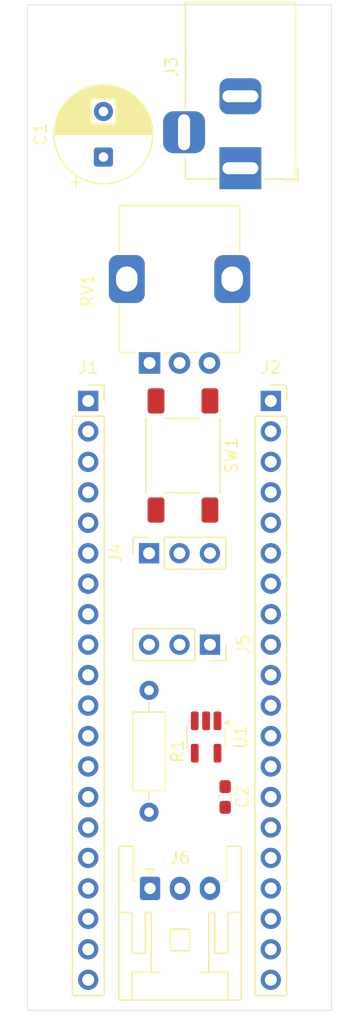
<source format=kicad_pcb>
(kicad_pcb (version 20241229) (generator "pcbnew") (generator_version "9.0")
  (layers (0 "F.Cu" signal) (2 "B.Cu" signal) (13 "F.Paste" user) (15 "B.Paste" user) (5 "F.SilkS" user "F.Silkscreen") (7 "B.SilkS" user "B.Silkscreen") (1 "F.Mask" user) (3 "B.Mask" user) (25 "Edge.Cuts" user))
  (net 0 "")
  (net 1 "GND")
  (net 2 "+5V")
  (net 9 "/B15_I2S2_SD")
  (net 22 "/B12_I2S2_WS")
  (net 23 "/B1_Button")
  (net 27 "/B10_I2S2_CK")
  (net 29 "/A4_Pot")
  (net 30 "/A7_LED")
  (net 32 "+3.3V")
  (net 35 "Net-(J6-Pin_2)")
  (net 36 "Net-(U1-Y)")
  (footprint "Connector_PinSocket_2.54mm:PinSocket_1x03_P2.54mm_Vertical" (layer "F.Cu") (at 81.28 63.5 90)
    (property "Reference" "J4" (at 0 -2.77 90) (layer "F.SilkS"))
    (property "Value" "INMP441_1")
    (fp_line (start 1.33 -1.33) (end 1.33 0) (stroke (width 0.12)) (layer "F.SilkS"))
    (fp_line (start 0 -1.33) (end 1.33 -1.33) (stroke (width 0.12)) (layer "F.SilkS"))
    (fp_line (start 1.33 1.27) (end 1.33 6.41) (stroke (width 0.12)) (layer "F.SilkS"))
    (fp_line (start -1.33 1.27) (end 1.33 1.27) (stroke (width 0.12)) (layer "F.SilkS"))
    (fp_line (start -1.33 1.27) (end -1.33 6.41) (stroke (width 0.12)) (layer "F.SilkS"))
    (fp_line (start -1.33 6.41) (end 1.33 6.41) (stroke (width 0.12)) (layer "F.SilkS"))
    (pad "1" thru_hole rect (at 0 0 90) (size 1.7 1.7) (drill 1) (layers "*.Cu" "*.Mask") (net 1 "GND"))
    (pad "2" thru_hole circle (at 0 2.54 90) (size 1.7 1.7) (drill 1) (layers "*.Cu" "*.Mask") (net 22 "/B12_I2S2_WS"))
    (pad "3" thru_hole circle (at 0 5.08 90) (size 1.7 1.7) (drill 1) (layers "*.Cu" "*.Mask") (net 27 "/B10_I2S2_CK"))
  )
  (footprint "Connector_BarrelJack:BarrelJack_Horizontal" (layer "F.Cu") (at 88.9 31.4 -90)
    (property "Reference" "J3" (at -8.45 5.75 90) (layer "F.SilkS"))
    (property "Value" "Barrel_Jack")
    (fp_line (start -13.8 4.6) (end -13.8 -4.6) (stroke (width 0.12)) (layer "F.SilkS"))
    (fp_line (start -5 4.6) (end -13.8 4.6) (stroke (width 0.12)) (layer "F.SilkS"))
    (fp_line (start 0.9 4.6) (end -1 4.6) (stroke (width 0.12)) (layer "F.SilkS"))
    (fp_line (start 0.9 1.9) (end 0.9 4.6) (stroke (width 0.12)) (layer "F.SilkS"))
    (fp_line (start 1.1 -3.75) (end 1.1 -4.8) (stroke (width 0.12)) (layer "F.SilkS"))
    (fp_line (start -13.8 -4.6) (end 0.9 -4.6) (stroke (width 0.12)) (layer "F.SilkS"))
    (fp_line (start 0.9 -4.6) (end 0.9 -2) (stroke (width 0.12)) (layer "F.SilkS"))
    (fp_line (start 0.05 -4.8) (end 1.1 -4.8) (stroke (width 0.12)) (layer "F.SilkS"))
    (pad "1" thru_hole rect (at 0 0 270) (size 3.5 3.5) (drill oval 1 3) (layers "*.Cu" "*.Mask") (net 2 "+5V"))
    (pad "2" thru_hole roundrect (at -6 0 270) (size 3 3.5) (drill oval 1 3) (layers "*.Cu" "*.Mask") (net 1 "GND"))
    (pad "3" thru_hole roundrect (at -3 4.7 270) (size 3.5 3.5) (drill oval 3 1) (layers "*.Cu" "*.Mask"))
  )
  (footprint "Capacitor_THT:CP_Radial_D8.0mm_P3.80mm" (layer "F.Cu") (at 77.47 30.47 90)
    (property "Reference" "C1" (at 1.9 -5.25 90) (layer "F.SilkS"))
    (property "Value" "1000uF")
    (fp_line (start 1.94 -4.08) (end 1.94 4.08) (stroke (width 0.12)) (layer "F.SilkS"))
    (fp_line (start 1.9 -4.08) (end 1.9 4.08) (stroke (width 0.12)) (layer "F.SilkS"))
    (fp_line (start 1.98 -4.079) (end 1.98 4.079) (stroke (width 0.12)) (layer "F.SilkS"))
    (fp_line (start 2.02 -4.078) (end 2.02 4.078) (stroke (width 0.12)) (layer "F.SilkS"))
    (fp_line (start 2.06 -4.077) (end 2.06 4.077) (stroke (width 0.12)) (layer "F.SilkS"))
    (fp_line (start 2.1 -4.075) (end 2.1 4.075) (stroke (width 0.12)) (layer "F.SilkS"))
    (fp_line (start 2.14 -4.073) (end 2.14 4.073) (stroke (width 0.12)) (layer "F.SilkS"))
    (fp_line (start 2.18 -4.07) (end 2.18 4.07) (stroke (width 0.12)) (layer "F.SilkS"))
    (fp_line (start 2.22 -4.068) (end 2.22 4.068) (stroke (width 0.12)) (layer "F.SilkS"))
    (fp_line (start 2.26 -4.064) (end 2.26 4.064) (stroke (width 0.12)) (layer "F.SilkS"))
    (fp_line (start 2.3 -4.061) (end 2.3 4.061) (stroke (width 0.12)) (layer "F.SilkS"))
    (fp_line (start 2.34 -4.056) (end 2.34 4.056) (stroke (width 0.12)) (layer "F.SilkS"))
    (fp_line (start 2.38 -4.052) (end 2.38 4.052) (stroke (width 0.12)) (layer "F.SilkS"))
    (fp_line (start 2.42 -4.047) (end 2.42 4.047) (stroke (width 0.12)) (layer "F.SilkS"))
    (fp_line (start 2.46 -4.042) (end 2.46 4.042) (stroke (width 0.12)) (layer "F.SilkS"))
    (fp_line (start 2.5 -4.036) (end 2.5 4.036) (stroke (width 0.12)) (layer "F.SilkS"))
    (fp_line (start 2.54 -4.03) (end 2.54 4.03) (stroke (width 0.12)) (layer "F.SilkS"))
    (fp_line (start 2.58 -4.023) (end 2.58 4.023) (stroke (width 0.12)) (layer "F.SilkS"))
    (fp_line (start 2.62 -4.017) (end 2.62 4.017) (stroke (width 0.12)) (layer "F.SilkS"))
    (fp_line (start 2.66 -4.009) (end 2.66 4.009) (stroke (width 0.12)) (layer "F.SilkS"))
    (fp_line (start 2.7 -4.002) (end 2.7 4.002) (stroke (width 0.12)) (layer "F.SilkS"))
    (fp_line (start 2.74 -3.993) (end 2.74 3.993) (stroke (width 0.12)) (layer "F.SilkS"))
    (fp_line (start 2.78 -3.985) (end 2.78 -1.04) (stroke (width 0.12)) (layer "F.SilkS"))
    (fp_line (start 2.82 -3.976) (end 2.82 -1.04) (stroke (width 0.12)) (layer "F.SilkS"))
    (fp_line (start 2.86 -3.967) (end 2.86 -1.04) (stroke (width 0.12)) (layer "F.SilkS"))
    (fp_line (start 2.9 -3.957) (end 2.9 -1.04) (stroke (width 0.12)) (layer "F.SilkS"))
    (fp_line (start 2.94 -3.947) (end 2.94 -1.04) (stroke (width 0.12)) (layer "F.SilkS"))
    (fp_line (start 2.98 -3.936) (end 2.98 -1.04) (stroke (width 0.12)) (layer "F.SilkS"))
    (fp_line (start 3.02 -3.925) (end 3.02 -1.04) (stroke (width 0.12)) (layer "F.SilkS"))
    (fp_line (start 3.06 -3.913) (end 3.06 -1.04) (stroke (width 0.12)) (layer "F.SilkS"))
    (fp_line (start 3.1 -3.901) (end 3.1 -1.04) (stroke (width 0.12)) (layer "F.SilkS"))
    (fp_line (start 3.14 -3.889) (end 3.14 -1.04) (stroke (width 0.12)) (layer "F.SilkS"))
    (fp_line (start 3.18 -3.876) (end 3.18 -1.04) (stroke (width 0.12)) (layer "F.SilkS"))
    (fp_line (start 3.22 -3.863) (end 3.22 -1.04) (stroke (width 0.12)) (layer "F.SilkS"))
    (fp_line (start 3.26 -3.849) (end 3.26 -1.04) (stroke (width 0.12)) (layer "F.SilkS"))
    (fp_line (start 3.3 -3.835) (end 3.3 -1.04) (stroke (width 0.12)) (layer "F.SilkS"))
    (fp_line (start 3.34 -3.82) (end 3.34 -1.04) (stroke (width 0.12)) (layer "F.SilkS"))
    (fp_line (start 3.38 -3.805) (end 3.38 -1.04) (stroke (width 0.12)) (layer "F.SilkS"))
    (fp_line (start 3.42 -3.789) (end 3.42 -1.04) (stroke (width 0.12)) (layer "F.SilkS"))
    (fp_line (start 3.46 -3.773) (end 3.46 -1.04) (stroke (width 0.12)) (layer "F.SilkS"))
    (fp_line (start 3.5 -3.757) (end 3.5 -1.04) (stroke (width 0.12)) (layer "F.SilkS"))
    (fp_line (start 3.54 -3.74) (end 3.54 -1.04) (stroke (width 0.12)) (layer "F.SilkS"))
    (fp_line (start 3.58 -3.722) (end 3.58 -1.04) (stroke (width 0.12)) (layer "F.SilkS"))
    (fp_line (start 3.62 -3.704) (end 3.62 -1.04) (stroke (width 0.12)) (layer "F.SilkS"))
    (fp_line (start 3.66 -3.685) (end 3.66 -1.04) (stroke (width 0.12)) (layer "F.SilkS"))
    (fp_line (start 3.7 -3.666) (end 3.7 -1.04) (stroke (width 0.12)) (layer "F.SilkS"))
    (fp_line (start 3.74 -3.646) (end 3.74 -1.04) (stroke (width 0.12)) (layer "F.SilkS"))
    (fp_line (start 3.78 -3.626) (end 3.78 -1.04) (stroke (width 0.12)) (layer "F.SilkS"))
    (fp_line (start 3.82 -3.605) (end 3.82 -1.04) (stroke (width 0.12)) (layer "F.SilkS"))
    (fp_line (start 3.86 -3.584) (end 3.86 -1.04) (stroke (width 0.12)) (layer "F.SilkS"))
    (fp_line (start 3.9 -3.562) (end 3.9 -1.04) (stroke (width 0.12)) (layer "F.SilkS"))
    (fp_line (start 3.94 -3.539) (end 3.94 -1.04) (stroke (width 0.12)) (layer "F.SilkS"))
    (fp_line (start 3.98 -3.516) (end 3.98 -1.04) (stroke (width 0.12)) (layer "F.SilkS"))
    (fp_line (start 4.02 -3.493) (end 4.02 -1.04) (stroke (width 0.12)) (layer "F.SilkS"))
    (fp_line (start 4.06 -3.468) (end 4.06 -1.04) (stroke (width 0.12)) (layer "F.SilkS"))
    (fp_line (start 4.1 -3.443) (end 4.1 -1.04) (stroke (width 0.12)) (layer "F.SilkS"))
    (fp_line (start 4.14 -3.418) (end 4.14 -1.04) (stroke (width 0.12)) (layer "F.SilkS"))
    (fp_line (start 4.18 -3.392) (end 4.18 -1.04) (stroke (width 0.12)) (layer "F.SilkS"))
    (fp_line (start 4.22 -3.365) (end 4.22 -1.04) (stroke (width 0.12)) (layer "F.SilkS"))
    (fp_line (start 4.26 -3.337) (end 4.26 -1.04) (stroke (width 0.12)) (layer "F.SilkS"))
    (fp_line (start 4.3 -3.309) (end 4.3 -1.04) (stroke (width 0.12)) (layer "F.SilkS"))
    (fp_line (start 4.34 -3.28) (end 4.34 -1.04) (stroke (width 0.12)) (layer "F.SilkS"))
    (fp_line (start 4.38 -3.25) (end 4.38 -1.04) (stroke (width 0.12)) (layer "F.SilkS"))
    (fp_line (start 4.42 -3.219) (end 4.42 -1.04) (stroke (width 0.12)) (layer "F.SilkS"))
    (fp_line (start 4.46 -3.188) (end 4.46 -1.04) (stroke (width 0.12)) (layer "F.SilkS"))
    (fp_line (start 4.5 -3.156) (end 4.5 -1.04) (stroke (width 0.12)) (layer "F.SilkS"))
    (fp_line (start 4.54 -3.123) (end 4.54 -1.04) (stroke (width 0.12)) (layer "F.SilkS"))
    (fp_line (start 4.58 -3.089) (end 4.58 -1.04) (stroke (width 0.12)) (layer "F.SilkS"))
    (fp_line (start 4.62 -3.055) (end 4.62 -1.04) (stroke (width 0.12)) (layer "F.SilkS"))
    (fp_line (start 4.66 -3.019) (end 4.66 -1.04) (stroke (width 0.12)) (layer "F.SilkS"))
    (fp_line (start 4.7 -2.982) (end 4.7 -1.04) (stroke (width 0.12)) (layer "F.SilkS"))
    (fp_line (start 4.74 -2.945) (end 4.74 -1.04) (stroke (width 0.12)) (layer "F.SilkS"))
    (fp_line (start 4.78 -2.906) (end 4.78 -1.04) (stroke (width 0.12)) (layer "F.SilkS"))
    (fp_line (start 4.82 -2.867) (end 4.82 -1.04) (stroke (width 0.12)) (layer "F.SilkS"))
    (fp_line (start 4.86 -2.826) (end 4.86 2.826) (stroke (width 0.12)) (layer "F.SilkS"))
    (fp_line (start 4.9 -2.784) (end 4.9 2.784) (stroke (width 0.12)) (layer "F.SilkS"))
    (fp_line (start 4.94 -2.741) (end 4.94 2.741) (stroke (width 0.12)) (layer "F.SilkS"))
    (fp_line (start -2.109698 -2.715) (end -2.109698 -1.915) (stroke (width 0.12)) (layer "F.SilkS"))
    (fp_line (start 4.98 -2.696) (end 4.98 2.696) (stroke (width 0.12)) (layer "F.SilkS"))
    (fp_line (start 5.02 -2.651) (end 5.02 2.651) (stroke (width 0.12)) (layer "F.SilkS"))
    (fp_line (start 5.06 -2.604) (end 5.06 2.604) (stroke (width 0.12)) (layer "F.SilkS"))
    (fp_line (start 5.1 -2.555) (end 5.1 2.555) (stroke (width 0.12)) (layer "F.SilkS"))
    (fp_line (start 5.14 -2.505) (end 5.14 2.505) (stroke (width 0.12)) (layer "F.SilkS"))
    (fp_line (start 5.18 -2.453) (end 5.18 2.453) (stroke (width 0.12)) (layer "F.SilkS"))
    (fp_line (start 5.22 -2.4) (end 5.22 2.4) (stroke (width 0.12)) (layer "F.SilkS"))
    (fp_line (start 5.26 -2.344) (end 5.26 2.344) (stroke (width 0.12)) (layer "F.SilkS"))
    (fp_line (start -2.509698 -2.315) (end -1.709698 -2.315) (stroke (width 0.12)) (layer "F.SilkS"))
    (fp_line (start 5.3 -2.287) (end 5.3 2.287) (stroke (width 0.12)) (layer "F.SilkS"))
    (fp_line (start 5.34 -2.227) (end 5.34 2.227) (stroke (width 0.12)) (layer "F.SilkS"))
    (fp_line (start 5.38 -2.165) (end 5.38 2.165) (stroke (width 0.12)) (layer "F.SilkS"))
    (fp_line (start 5.42 -2.101) (end 5.42 2.101) (stroke (width 0.12)) (layer "F.SilkS"))
    (fp_line (start 5.46 -2.034) (end 5.46 2.034) (stroke (width 0.12)) (layer "F.SilkS"))
    (fp_line (start 5.5 -1.964) (end 5.5 1.964) (stroke (width 0.12)) (layer "F.SilkS"))
    (fp_line (start 5.54 -1.89) (end 5.54 1.89) (stroke (width 0.12)) (layer "F.SilkS"))
    (fp_line (start 5.58 -1.813) (end 5.58 1.813) (stroke (width 0.12)) (layer "F.SilkS"))
    (fp_line (start 5.62 -1.731) (end 5.62 1.731) (stroke (width 0.12)) (layer "F.SilkS"))
    (fp_line (start 5.66 -1.644) (end 5.66 1.644) (stroke (width 0.12)) (layer "F.SilkS"))
    (fp_line (start 5.7 -1.552) (end 5.7 1.552) (stroke (width 0.12)) (layer "F.SilkS"))
    (fp_line (start 5.74 -1.453) (end 5.74 1.453) (stroke (width 0.12)) (layer "F.SilkS"))
    (fp_line (start 5.78 -1.346) (end 5.78 1.346) (stroke (width 0.12)) (layer "F.SilkS"))
    (fp_line (start 5.82 -1.228) (end 5.82 1.228) (stroke (width 0.12)) (layer "F.SilkS"))
    (fp_line (start 5.86 -1.097) (end 5.86 1.097) (stroke (width 0.12)) (layer "F.SilkS"))
    (fp_line (start 5.9 -0.947) (end 5.9 0.947) (stroke (width 0.12)) (layer "F.SilkS"))
    (fp_line (start 5.94 -0.768) (end 5.94 0.768) (stroke (width 0.12)) (layer "F.SilkS"))
    (fp_line (start 5.98 -0.533) (end 5.98 0.533) (stroke (width 0.12)) (layer "F.SilkS"))
    (fp_line (start 4.82 1.04) (end 4.82 2.867) (stroke (width 0.12)) (layer "F.SilkS"))
    (fp_line (start 4.78 1.04) (end 4.78 2.906) (stroke (width 0.12)) (layer "F.SilkS"))
    (fp_line (start 4.74 1.04) (end 4.74 2.945) (stroke (width 0.12)) (layer "F.SilkS"))
    (fp_line (start 4.7 1.04) (end 4.7 2.982) (stroke (width 0.12)) (layer "F.SilkS"))
    (fp_line (start 4.66 1.04) (end 4.66 3.019) (stroke (width 0.12)) (layer "F.SilkS"))
    (fp_line (start 4.62 1.04) (end 4.62 3.055) (stroke (width 0.12)) (layer "F.SilkS"))
    (fp_line (start 4.58 1.04) (end 4.58 3.089) (stroke (width 0.12)) (layer "F.SilkS"))
    (fp_line (start 4.54 1.04) (end 4.54 3.123) (stroke (width 0.12)) (layer "F.SilkS"))
    (fp_line (start 4.5 1.04) (end 4.5 3.156) (stroke (width 0.12)) (layer "F.SilkS"))
    (fp_line (start 4.46 1.04) (end 4.46 3.188) (stroke (width 0.12)) (layer "F.SilkS"))
    (fp_line (start 4.42 1.04) (end 4.42 3.219) (stroke (width 0.12)) (layer "F.SilkS"))
    (fp_line (start 4.38 1.04) (end 4.38 3.25) (stroke (width 0.12)) (layer "F.SilkS"))
    (fp_line (start 4.34 1.04) (end 4.34 3.28) (stroke (width 0.12)) (layer "F.SilkS"))
    (fp_line (start 4.3 1.04) (end 4.3 3.309) (stroke (width 0.12)) (layer "F.SilkS"))
    (fp_line (start 4.26 1.04) (end 4.26 3.337) (stroke (width 0.12)) (layer "F.SilkS"))
    (fp_line (start 4.22 1.04) (end 4.22 3.365) (stroke (width 0.12)) (layer "F.SilkS"))
    (fp_line (start 4.18 1.04) (end 4.18 3.392) (stroke (width 0.12)) (layer "F.SilkS"))
    (fp_line (start 4.14 1.04) (end 4.14 3.418) (stroke (width 0.12)) (layer "F.SilkS"))
    (fp_line (start 4.1 1.04) (end 4.1 3.443) (stroke (width 0.12)) (layer "F.SilkS"))
    (fp_line (start 4.06 1.04) (end 4.06 3.468) (stroke (width 0.12)) (layer "F.SilkS"))
    (fp_line (start 4.02 1.04) (end 4.02 3.493) (stroke (width 0.12)) (layer "F.SilkS"))
    (fp_line (start 3.98 1.04) (end 3.98 3.516) (stroke (width 0.12)) (layer "F.SilkS"))
    (fp_line (start 3.94 1.04) (end 3.94 3.539) (stroke (width 0.12)) (layer "F.SilkS"))
    (fp_line (start 3.9 1.04) (end 3.9 3.562) (stroke (width 0.12)) (layer "F.SilkS"))
    (fp_line (start 3.86 1.04) (end 3.86 3.584) (stroke (width 0.12)) (layer "F.SilkS"))
    (fp_line (start 3.82 1.04) (end 3.82 3.605) (stroke (width 0.12)) (layer "F.SilkS"))
    (fp_line (start 3.78 1.04) (end 3.78 3.626) (stroke (width 0.12)) (layer "F.SilkS"))
    (fp_line (start 3.74 1.04) (end 3.74 3.646) (stroke (width 0.12)) (layer "F.SilkS"))
    (fp_line (start 3.7 1.04) (end 3.7 3.666) (stroke (width 0.12)) (layer "F.SilkS"))
    (fp_line (start 3.66 1.04) (end 3.66 3.685) (stroke (width 0.12)) (layer "F.SilkS"))
    (fp_line (start 3.62 1.04) (end 3.62 3.704) (stroke (width 0.12)) (layer "F.SilkS"))
    (fp_line (start 3.58 1.04) (end 3.58 3.722) (stroke (width 0.12)) (layer "F.SilkS"))
    (fp_line (start 3.54 1.04) (end 3.54 3.74) (stroke (width 0.12)) (layer "F.SilkS"))
    (fp_line (start 3.5 1.04) (end 3.5 3.757) (stroke (width 0.12)) (layer "F.SilkS"))
    (fp_line (start 3.46 1.04) (end 3.46 3.773) (stroke (width 0.12)) (layer "F.SilkS"))
    (fp_line (start 3.42 1.04) (end 3.42 3.789) (stroke (width 0.12)) (layer "F.SilkS"))
    (fp_line (start 3.38 1.04) (end 3.38 3.805) (stroke (width 0.12)) (layer "F.SilkS"))
    (fp_line (start 3.34 1.04) (end 3.34 3.82) (stroke (width 0.12)) (layer "F.SilkS"))
    (fp_line (start 3.3 1.04) (end 3.3 3.835) (stroke (width 0.12)) (layer "F.SilkS"))
    (fp_line (start 3.26 1.04) (end 3.26 3.849) (stroke (width 0.12)) (layer "F.SilkS"))
    (fp_line (start 3.22 1.04) (end 3.22 3.863) (stroke (width 0.12)) (layer "F.SilkS"))
    (fp_line (start 3.18 1.04) (end 3.18 3.876) (stroke (width 0.12)) (layer "F.SilkS"))
    (fp_line (start 3.14 1.04) (end 3.14 3.889) (stroke (width 0.12)) (layer "F.SilkS"))
    (fp_line (start 3.1 1.04) (end 3.1 3.901) (stroke (width 0.12)) (layer "F.SilkS"))
    (fp_line (start 3.06 1.04) (end 3.06 3.913) (stroke (width 0.12)) (layer "F.SilkS"))
    (fp_line (start 3.02 1.04) (end 3.02 3.925) (stroke (width 0.12)) (layer "F.SilkS"))
    (fp_line (start 2.98 1.04) (end 2.98 3.936) (stroke (width 0.12)) (layer "F.SilkS"))
    (fp_line (start 2.94 1.04) (end 2.94 3.947) (stroke (width 0.12)) (layer "F.SilkS"))
    (fp_line (start 2.9 1.04) (end 2.9 3.957) (stroke (width 0.12)) (layer "F.SilkS"))
    (fp_line (start 2.86 1.04) (end 2.86 3.967) (stroke (width 0.12)) (layer "F.SilkS"))
    (fp_line (start 2.82 1.04) (end 2.82 3.976) (stroke (width 0.12)) (layer "F.SilkS"))
    (fp_line (start 2.78 1.04) (end 2.78 3.985) (stroke (width 0.12)) (layer "F.SilkS"))
    (fp_circle (center 1.9 0) (end 6.02 0) (stroke (width 0.12)) (fill no) (layer "F.SilkS"))
    (pad "1" thru_hole roundrect (at 0 0 90) (size 1.6 1.6) (drill 0.8) (layers "*.Cu" "*.Mask") (roundrect_rratio 0.15625) (net 2 "+5V"))
    (pad "2" thru_hole circle (at 3.8 0 90) (size 1.6 1.6) (drill 0.8) (layers "*.Cu" "*.Mask") (net 1 "GND"))
  )
  (footprint "Connector_JST:JST_XA_S03B-XASK-1_1x03_P2.50mm_Horizontal" (layer "F.Cu") (at 81.36 91.44)
    (property "Reference" "J6" (at 2.5 -2.54 0) (layer "F.SilkS"))
    (property "Value" "LED_Out")
    (fp_line (start -2.61 -3.51) (end -2.61 9.31) (stroke (width 0.12)) (layer "F.SilkS"))
    (fp_line (start -2.61 9.31) (end 7.61 9.31) (stroke (width 0.12)) (layer "F.SilkS"))
    (fp_line (start -1.5 2) (end -2.61 2) (stroke (width 0.12)) (layer "F.SilkS"))
    (fp_line (start -1.5 5.41) (end -1.5 2) (stroke (width 0.12)) (layer "F.SilkS"))
    (fp_line (start -1.5 7.01) (end 0.9 7.01) (stroke (width 0.12)) (layer "F.SilkS"))
    (fp_line (start -1.5 9.31) (end -1.5 7.01) (stroke (width 0.12)) (layer "F.SilkS"))
    (fp_line (start -1.39 -3.51) (end -2.61 -3.51) (stroke (width 0.12)) (layer "F.SilkS"))
    (fp_line (start -1.39 -0.61) (end -1.39 -3.51) (stroke (width 0.12)) (layer "F.SilkS"))
    (fp_line (start -1.11 -0.61) (end -1.39 -0.61) (stroke (width 0.12)) (layer "F.SilkS"))
    (fp_line (start -0.4 -1.6) (end 0.4 -1.6) (stroke (width 0.12)) (layer "F.SilkS"))
    (fp_line (start -0.4 2) (end -0.4 5.41) (stroke (width 0.12)) (layer "F.SilkS"))
    (fp_line (start -0.4 5.41) (end -1.5 5.41) (stroke (width 0.12)) (layer "F.SilkS"))
    (fp_line (start 0 -1.2) (end -0.4 -1.6) (stroke (width 0.12)) (layer "F.SilkS"))
    (fp_line (start 0.1 2) (end -0.4 2) (stroke (width 0.12)) (layer "F.SilkS"))
    (fp_line (start 0.1 7.01) (end 0.1 2) (stroke (width 0.12)) (layer "F.SilkS"))
    (fp_line (start 0.4 -1.6) (end 0 -1.2) (stroke (width 0.12)) (layer "F.SilkS"))
    (fp_line (start 1.7 3.4) (end 3.3 3.4) (stroke (width 0.12)) (layer "F.SilkS"))
    (fp_line (start 1.7 5.2) (end 1.7 3.4) (stroke (width 0.12)) (layer "F.SilkS"))
    (fp_line (start 3.3 3.4) (end 3.3 5.2) (stroke (width 0.12)) (layer "F.SilkS"))
    (fp_line (start 3.3 5.2) (end 1.7 5.2) (stroke (width 0.12)) (layer "F.SilkS"))
    (fp_line (start 4.1 7.01) (end 6.5 7.01) (stroke (width 0.12)) (layer "F.SilkS"))
    (fp_line (start 4.9 2) (end 5.4 2) (stroke (width 0.12)) (layer "F.SilkS"))
    (fp_line (start 4.9 7.01) (end 4.9 2) (stroke (width 0.12)) (layer "F.SilkS"))
    (fp_line (start 5.4 2) (end 5.4 5.41) (stroke (width 0.12)) (layer "F.SilkS"))
    (fp_line (start 5.4 5.41) (end 6.5 5.41) (stroke (width 0.12)) (layer "F.SilkS"))
    (fp_line (start 6.39 -3.51) (end 6.39 -0.61) (stroke (width 0.12)) (layer "F.SilkS"))
    (fp_line (start 6.39 -0.61) (end 6.11 -0.61) (stroke (width 0.12)) (layer "F.SilkS"))
    (fp_line (start 6.5 2) (end 7.61 2) (stroke (width 0.12)) (layer "F.SilkS"))
    (fp_line (start 6.5 5.41) (end 6.5 2) (stroke (width 0.12)) (layer "F.SilkS"))
    (fp_line (start 6.5 7.01) (end 6.5 9.31) (stroke (width 0.12)) (layer "F.SilkS"))
    (fp_line (start 7.61 -3.51) (end 6.39 -3.51) (stroke (width 0.12)) (layer "F.SilkS"))
    (fp_line (start 7.61 9.31) (end 7.61 -3.51) (stroke (width 0.12)) (layer "F.SilkS"))
    (pad "" np_thru_hole oval (at 2.5 6.5) (size 2.8 2) (drill oval 2.8 2) (layers "*.Cu" "*.Mask"))
    (pad "1" thru_hole roundrect (at 0 0) (size 1.7 1.95) (drill 0.95) (layers "*.Cu" "*.Mask") (roundrect_rratio 0.147059) (net 1 "GND"))
    (pad "2" thru_hole oval (at 2.5 0) (size 1.7 1.95) (drill 0.95) (layers "*.Cu" "*.Mask") (net 35 "Net-(J6-Pin_2)"))
    (pad "3" thru_hole oval (at 5 0) (size 1.7 1.95) (drill 0.95) (layers "*.Cu" "*.Mask") (net 2 "+5V"))
  )
  (footprint "Connector_PinSocket_2.54mm:PinSocket_1x03_P2.54mm_Vertical" (layer "F.Cu") (at 86.36 71.12 -90)
    (property "Reference" "J5" (at 0 -2.77 90) (layer "F.SilkS"))
    (property "Value" "INMP441_2")
    (fp_line (start -1.33 6.41) (end 1.33 6.41) (stroke (width 0.12)) (layer "F.SilkS"))
    (fp_line (start -1.33 1.27) (end -1.33 6.41) (stroke (width 0.12)) (layer "F.SilkS"))
    (fp_line (start -1.33 1.27) (end 1.33 1.27) (stroke (width 0.12)) (layer "F.SilkS"))
    (fp_line (start 1.33 1.27) (end 1.33 6.41) (stroke (width 0.12)) (layer "F.SilkS"))
    (fp_line (start 0 -1.33) (end 1.33 -1.33) (stroke (width 0.12)) (layer "F.SilkS"))
    (fp_line (start 1.33 -1.33) (end 1.33 0) (stroke (width 0.12)) (layer "F.SilkS"))
    (pad "1" thru_hole rect (at 0 0 270) (size 1.7 1.7) (drill 1) (layers "*.Cu" "*.Mask") (net 9 "/B15_I2S2_SD"))
    (pad "2" thru_hole circle (at 0 2.54 270) (size 1.7 1.7) (drill 1) (layers "*.Cu" "*.Mask") (net 32 "+3.3V"))
    (pad "3" thru_hole circle (at 0 5.08 270) (size 1.7 1.7) (drill 1) (layers "*.Cu" "*.Mask") (net 1 "GND"))
  )
  (footprint "Potentiometer_THT:Potentiometer_Alps_RK09K_Single_Vertical" (layer "F.Cu") (at 81.32 47.64 90)
    (property "Reference" "RV1" (at 6.05 -5.15 90) (layer "F.SilkS"))
    (property "Value" "R_Potentiometer")
    (fp_line (start 13.12 -2.521) (end 13.12 7.52) (stroke (width 0.12)) (layer "F.SilkS"))
    (fp_line (start 9.184 -2.521) (end 13.12 -2.521) (stroke (width 0.12)) (layer "F.SilkS"))
    (fp_line (start 0.88 -2.521) (end 4.817 -2.521) (stroke (width 0.12)) (layer "F.SilkS"))
    (fp_line (start 0.88 -2.521) (end 0.88 -1.2) (stroke (width 0.12)) (layer "F.SilkS"))
    (fp_line (start 0.88 1.25) (end 0.88 1.63) (stroke (width 0.12)) (layer "F.SilkS"))
    (fp_line (start 0.88 3.371) (end 0.88 4.13) (stroke (width 0.12)) (layer "F.SilkS"))
    (fp_line (start 0.88 5.87) (end 0.88 7.52) (stroke (width 0.12)) (layer "F.SilkS"))
    (fp_line (start 9.184 7.52) (end 13.12 7.52) (stroke (width 0.12)) (layer "F.SilkS"))
    (fp_line (start 0.88 7.52) (end 4.817 7.52) (stroke (width 0.12)) (layer "F.SilkS"))
    (pad "1" thru_hole rect (at 0 0 90) (size 1.8 1.8) (drill 1) (layers "*.Cu" "*.Mask") (net 1 "GND"))
    (pad "2" thru_hole circle (at 0 2.5 90) (size 1.8 1.8) (drill 1) (layers "*.Cu" "*.Mask") (net 29 "/A4_Pot"))
    (pad "3" thru_hole circle (at 0 5 90) (size 1.8 1.8) (drill 1) (layers "*.Cu" "*.Mask") (net 32 "+3.3V"))
    (pad "MP" thru_hole roundrect (at 7 -1.9 90) (size 4 3) (drill oval 2.1 1.8) (layers "*.Cu" "*.Mask"))
    (pad "MP" thru_hole roundrect (at 7 6.9 90) (size 4 3) (drill oval 2.1 1.8) (layers "*.Cu" "*.Mask"))
  )
  (footprint "Capacitor_SMD:C_0603_1608Metric_Pad1.08x0.95mm_HandSolder" (layer "F.Cu") (at 87.63 83.82 -90)
    (property "Reference" "C2" (at 0 -1.43 90) (layer "F.SilkS"))
    (property "Value" "0.1uF")
    (fp_line (start -0.146267 0.51) (end 0.146267 0.51) (stroke (width 0.12)) (layer "F.SilkS"))
    (fp_line (start -0.146267 -0.51) (end 0.146267 -0.51) (stroke (width 0.12)) (layer "F.SilkS"))
    (pad "1" smd roundrect (at -0.8625 0 270) (size 1.075 0.95) (layers "F.Cu" "F.Mask" "F.Paste") (net 2 "+5V"))
    (pad "2" smd roundrect (at 0.8625 0 270) (size 1.075 0.95) (layers "F.Cu" "F.Mask" "F.Paste") (net 1 "GND"))
  )
  (footprint "Button_Switch_SMD:SW_Push_1P1T_NO_E-Switch_TL3301NxxxxxG" (layer "F.Cu") (at 84.11 55.35 -90)
    (property "Reference" "SW1" (at 0 -4.05 90) (layer "F.SilkS"))
    (property "Value" "SW_Push")
    (fp_line (start -3.1 3.1) (end 3.1 3.1) (stroke (width 0.12)) (layer "F.SilkS"))
    (fp_line (start -3.1 3.1) (end -3.1 3) (stroke (width 0.12)) (layer "F.SilkS"))
    (fp_line (start 3.1 3.1) (end 3.1 3) (stroke (width 0.12)) (layer "F.SilkS"))
    (fp_line (start -3.1 -1.5) (end -3.1 1.5) (stroke (width 0.12)) (layer "F.SilkS"))
    (fp_line (start 3.1 -1.5) (end 3.1 1.5) (stroke (width 0.12)) (layer "F.SilkS"))
    (fp_line (start 3.1 -3) (end 3.1 -3.1) (stroke (width 0.12)) (layer "F.SilkS"))
    (fp_line (start -3.1 -3.1) (end -3.1 -3) (stroke (width 0.12)) (layer "F.SilkS"))
    (fp_line (start -3.1 -3.1) (end 3.1 -3.1) (stroke (width 0.12)) (layer "F.SilkS"))
    (pad "1" smd roundrect (at -4.55 -2.25 270) (size 2.1 1.4) (layers "F.Cu" "F.Mask" "F.Paste") (roundrect_rratio 0.1785714286) (net 23 "/B1_Button"))
    (pad "1" smd roundrect (at 4.55 -2.25 270) (size 2.1 1.4) (layers "F.Cu" "F.Mask" "F.Paste") (roundrect_rratio 0.1785714286) (net 23 "/B1_Button"))
    (pad "2" smd roundrect (at -4.55 2.25 270) (size 2.1 1.4) (layers "F.Cu" "F.Mask" "F.Paste") (roundrect_rratio 0.1785714286) (net 1 "GND"))
    (pad "2" smd roundrect (at 4.55 2.25 270) (size 2.1 1.4) (layers "F.Cu" "F.Mask" "F.Paste") (roundrect_rratio 0.1785714286) (net 1 "GND"))
  )
  (footprint "Resistor_THT:R_Axial_DIN0207_L6.3mm_D2.5mm_P10.16mm_Horizontal" (layer "F.Cu") (at 81.28 74.93 -90)
    (property "Reference" "R1" (at 5.08 -2.37 90) (layer "F.SilkS"))
    (property "Value" "470")
    (fp_line (start 1.04 0) (end 1.81 0) (stroke (width 0.12)) (layer "F.SilkS"))
    (fp_line (start 9.12 0) (end 8.35 0) (stroke (width 0.12)) (layer "F.SilkS"))
    (fp_rect (start 1.81 -1.37) (end 8.35 1.37) (stroke (width 0.12)) (fill no) (layer "F.SilkS"))
    (pad "1" thru_hole circle (at 0 0 270) (size 1.6 1.6) (drill 0.8) (layers "*.Cu" "*.Mask") (net 36 "Net-(U1-Y)"))
    (pad "2" thru_hole circle (at 10.16 0 270) (size 1.6 1.6) (drill 0.8) (layers "*.Cu" "*.Mask") (net 35 "Net-(J6-Pin_2)"))
  )
  (footprint "Package_TO_SOT_SMD:SOT-23-5_HandSoldering" (layer "F.Cu") (at 86.04 78.82 -90)
    (property "Reference" "U1" (at 0 -2.9 90) (layer "F.SilkS"))
    (property "Value" "SN74LV1T34DBV")
    (fp_line (start -0.9 1.61) (end 0.9 1.61) (stroke (width 0.12)) (layer "F.SilkS"))
    (fp_line (start 0.1 -1.61) (end -0.7 -1.61) (stroke (width 0.12)) (layer "F.SilkS"))
    (fp_line (start 0.1 -1.61) (end 0.9 -1.61) (stroke (width 0.12)) (layer "F.SilkS"))
    (fp_poly (pts (xy -1.2 -1.56) (xy -1.44 -1.89) (xy -0.96 -1.89) (xy -1.2 -1.56)) (stroke (width 0.12)) (fill yes) (layer "F.SilkS"))
    (pad "1" smd roundrect (at -1.35 -0.95 270) (size 1.56 0.65) (layers "F.Cu" "F.Mask" "F.Paste"))
    (pad "2" smd roundrect (at -1.35 0 270) (size 1.56 0.65) (layers "F.Cu" "F.Mask" "F.Paste") (net 30 "/A7_LED"))
    (pad "3" smd roundrect (at -1.35 0.95 270) (size 1.56 0.65) (layers "F.Cu" "F.Mask" "F.Paste") (net 1 "GND"))
    (pad "4" smd roundrect (at 1.35 0.95 270) (size 1.56 0.65) (layers "F.Cu" "F.Mask" "F.Paste") (net 36 "Net-(U1-Y)"))
    (pad "5" smd roundrect (at 1.35 -0.95 270) (size 1.56 0.65) (layers "F.Cu" "F.Mask" "F.Paste") (net 2 "+5V"))
  )
  (footprint "Connector_PinSocket_2.54mm:PinSocket_1x20_P2.54mm_Vertical" (layer "F.Cu") (at 91.44 50.8)
    (property "Reference" "J2" (at 0 -2.77 0) (layer "F.SilkS"))
    (property "Value" "STM32 Black Pill R")
    (fp_line (start -1.33 1.27) (end -1.33 49.59) (stroke (width 0.12)) (layer "F.SilkS"))
    (fp_line (start -1.33 1.27) (end 1.33 1.27) (stroke (width 0.12)) (layer "F.SilkS"))
    (fp_line (start -1.33 49.59) (end 1.33 49.59) (stroke (width 0.12)) (layer "F.SilkS"))
    (fp_line (start 0 -1.33) (end 1.33 -1.33) (stroke (width 0.12)) (layer "F.SilkS"))
    (fp_line (start 1.33 -1.33) (end 1.33 0) (stroke (width 0.12)) (layer "F.SilkS"))
    (fp_line (start 1.33 1.27) (end 1.33 49.59) (stroke (width 0.12)) (layer "F.SilkS"))
    (pad "1" thru_hole rect (at 0 0) (size 1.7 1.7) (drill 1) (layers "*.Cu" "*.Mask") (net 2 "+5V"))
    (pad "2" thru_hole circle (at 0 2.54) (size 1.7 1.7) (drill 1) (layers "*.Cu" "*.Mask") (net 1 "GND"))
    (pad "3" thru_hole circle (at 0 5.08) (size 1.7 1.7) (drill 1) (layers "*.Cu" "*.Mask") (net 32 "+3.3V"))
    (pad "4" thru_hole circle (at 0 7.62) (size 1.7 1.7) (drill 1) (layers "*.Cu" "*.Mask") (net 27 "/B10_I2S2_CK"))
    (pad "5" thru_hole circle (at 0 10.16) (size 1.7 1.7) (drill 1) (layers "*.Cu" "*.Mask"))
    (pad "6" thru_hole circle (at 0 12.7) (size 1.7 1.7) (drill 1) (layers "*.Cu" "*.Mask") (net 23 "/B1_Button"))
    (pad "7" thru_hole circle (at 0 15.24) (size 1.7 1.7) (drill 1) (layers "*.Cu" "*.Mask"))
    (pad "8" thru_hole circle (at 0 17.78) (size 1.7 1.7) (drill 1) (layers "*.Cu" "*.Mask") (net 30 "/A7_LED"))
    (pad "9" thru_hole circle (at 0 20.32) (size 1.7 1.7) (drill 1) (layers "*.Cu" "*.Mask"))
    (pad "10" thru_hole circle (at 0 22.86) (size 1.7 1.7) (drill 1) (layers "*.Cu" "*.Mask"))
    (pad "11" thru_hole circle (at 0 25.4) (size 1.7 1.7) (drill 1) (layers "*.Cu" "*.Mask") (net 29 "/A4_Pot"))
    (pad "12" thru_hole circle (at 0 27.94) (size 1.7 1.7) (drill 1) (layers "*.Cu" "*.Mask"))
    (pad "13" thru_hole circle (at 0 30.48) (size 1.7 1.7) (drill 1) (layers "*.Cu" "*.Mask"))
    (pad "14" thru_hole circle (at 0 33.02) (size 1.7 1.7) (drill 1) (layers "*.Cu" "*.Mask"))
    (pad "15" thru_hole circle (at 0 35.56) (size 1.7 1.7) (drill 1) (layers "*.Cu" "*.Mask"))
    (pad "16" thru_hole circle (at 0 38.1) (size 1.7 1.7) (drill 1) (layers "*.Cu" "*.Mask"))
    (pad "17" thru_hole circle (at 0 40.64) (size 1.7 1.7) (drill 1) (layers "*.Cu" "*.Mask"))
    (pad "18" thru_hole circle (at 0 43.18) (size 1.7 1.7) (drill 1) (layers "*.Cu" "*.Mask"))
    (pad "19" thru_hole circle (at 0 45.72) (size 1.7 1.7) (drill 1) (layers "*.Cu" "*.Mask"))
    (pad "20" thru_hole circle (at 0 48.26) (size 1.7 1.7) (drill 1) (layers "*.Cu" "*.Mask"))
  )
  (footprint "Connector_PinSocket_2.54mm:PinSocket_1x20_P2.54mm_Vertical" (layer "F.Cu") (at 76.2 50.8)
    (property "Reference" "J1" (at 0 -2.77 0) (layer "F.SilkS"))
    (property "Value" "STM32 Black Pill L")
    (fp_line (start -1.33 1.27) (end -1.33 49.59) (stroke (width 0.12)) (layer "F.SilkS"))
    (fp_line (start -1.33 1.27) (end 1.33 1.27) (stroke (width 0.12)) (layer "F.SilkS"))
    (fp_line (start -1.33 49.59) (end 1.33 49.59) (stroke (width 0.12)) (layer "F.SilkS"))
    (fp_line (start 0 -1.33) (end 1.33 -1.33) (stroke (width 0.12)) (layer "F.SilkS"))
    (fp_line (start 1.33 -1.33) (end 1.33 0) (stroke (width 0.12)) (layer "F.SilkS"))
    (fp_line (start 1.33 1.27) (end 1.33 49.59) (stroke (width 0.12)) (layer "F.SilkS"))
    (pad "1" thru_hole rect (at 0 0) (size 1.7 1.7) (drill 1) (layers "*.Cu" "*.Mask") (net 22 "/B12_I2S2_WS"))
    (pad "2" thru_hole circle (at 0 2.54) (size 1.7 1.7) (drill 1) (layers "*.Cu" "*.Mask"))
    (pad "3" thru_hole circle (at 0 5.08) (size 1.7 1.7) (drill 1) (layers "*.Cu" "*.Mask"))
    (pad "4" thru_hole circle (at 0 7.62) (size 1.7 1.7) (drill 1) (layers "*.Cu" "*.Mask") (net 9 "/B15_I2S2_SD"))
    (pad "5" thru_hole circle (at 0 10.16) (size 1.7 1.7) (drill 1) (layers "*.Cu" "*.Mask"))
    (pad "6" thru_hole circle (at 0 12.7) (size 1.7 1.7) (drill 1) (layers "*.Cu" "*.Mask"))
    (pad "7" thru_hole circle (at 0 15.24) (size 1.7 1.7) (drill 1) (layers "*.Cu" "*.Mask"))
    (pad "8" thru_hole circle (at 0 17.78) (size 1.7 1.7) (drill 1) (layers "*.Cu" "*.Mask"))
    (pad "9" thru_hole circle (at 0 20.32) (size 1.7 1.7) (drill 1) (layers "*.Cu" "*.Mask"))
    (pad "10" thru_hole circle (at 0 22.86) (size 1.7 1.7) (drill 1) (layers "*.Cu" "*.Mask"))
    (pad "11" thru_hole circle (at 0 25.4) (size 1.7 1.7) (drill 1) (layers "*.Cu" "*.Mask"))
    (pad "12" thru_hole circle (at 0 27.94) (size 1.7 1.7) (drill 1) (layers "*.Cu" "*.Mask"))
    (pad "13" thru_hole circle (at 0 30.48) (size 1.7 1.7) (drill 1) (layers "*.Cu" "*.Mask"))
    (pad "14" thru_hole circle (at 0 33.02) (size 1.7 1.7) (drill 1) (layers "*.Cu" "*.Mask"))
    (pad "15" thru_hole circle (at 0 35.56) (size 1.7 1.7) (drill 1) (layers "*.Cu" "*.Mask"))
    (pad "16" thru_hole circle (at 0 38.1) (size 1.7 1.7) (drill 1) (layers "*.Cu" "*.Mask"))
    (pad "17" thru_hole circle (at 0 40.64) (size 1.7 1.7) (drill 1) (layers "*.Cu" "*.Mask"))
    (pad "18" thru_hole circle (at 0 43.18) (size 1.7 1.7) (drill 1) (layers "*.Cu" "*.Mask"))
    (pad "19" thru_hole circle (at 0 45.72) (size 1.7 1.7) (drill 1) (layers "*.Cu" "*.Mask"))
    (pad "20" thru_hole circle (at 0 48.26) (size 1.7 1.7) (drill 1) (layers "*.Cu" "*.Mask"))
  )
  (gr_rect (start 71.12 17.78) (end 96.52 101.6) (stroke (width 0.05)) (fill no) (layer "Edge.Cuts"))
)
</source>
